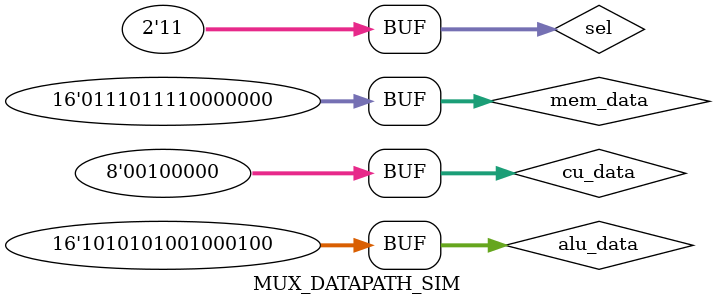
<source format=v>
`timescale 1ns / 1ps
module MUX_DATAPATH_SIM();


reg [15:0] alu_data, mem_data;
reg [7:0] cu_data;
reg [1:0] sel;

wire [15:0] out;

MUX_DATAPATH UUT(
.alu_data   (alu_data),
.mem_data   (mem_data),
.cu_data    (cu_data),
.sel        (sel),

.out        (out)
);

initial begin
    alu_data = 16'hAA44;
    mem_data = 16'h7780;
    cu_data = 8'h20;
    
    sel = 2'b00;
    #10 sel = 2'b01;
    #10 sel = 2'b10;
    #10 sel = 2'b11;
    



end


endmodule

</source>
